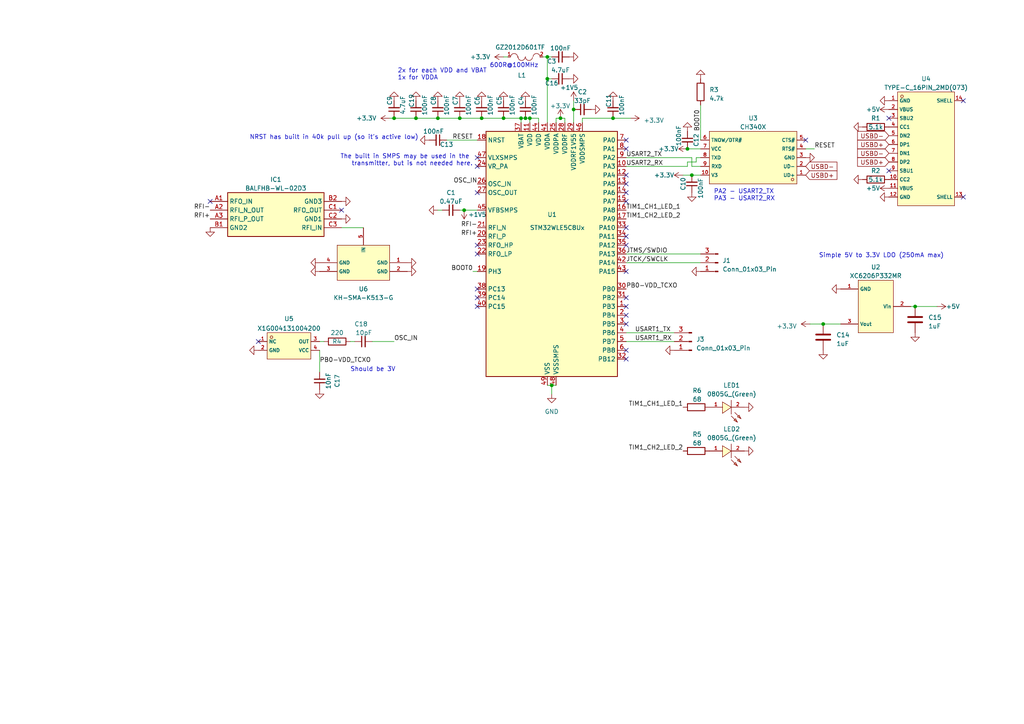
<source format=kicad_sch>
(kicad_sch (version 20231120) (generator "eeschema") (generator_version "8.0")
  (paper "A4")
  (lib_symbols
    (symbol "BALFHB-WL-02D3:BALFHB-WL-02D3"
      (property "Reference" "IC" (at 34.29 7.62 0))
      (property "Value" "BALFHB-WL-02D3" (at 34.29 5.08 0))
      (symbol "BALFHB-WL-02D3_1_1"
        (rectangle (start 5.08 2.54) (end 33.02 -10.16) (stroke (width 0.254)) (fill (type background)))
        (pin passive line (at 0 0 0) (length 5.08) (name "RFO_IN") (number "A1"))
        (pin passive line (at 0 -2.54 0) (length 5.08) (name "RFI_N_OUT") (number "A2"))
        (pin passive line (at 0 -5.08 0) (length 5.08) (name "RFI_P_OUT") (number "A3"))
        (pin passive line (at 0 -7.62 0) (length 5.08) (name "GND2") (number "B1"))
        (pin passive line (at 38.1 0 180) (length 5.08) (name "GND3") (number "B2"))
        (pin passive line (at 38.1 -2.54 180) (length 5.08) (name "RFO_OUT") (number "C1"))
        (pin passive line (at 38.1 -5.08 180) (length 5.08) (name "GND1") (number "C2"))
        (pin passive line (at 38.1 -7.62 180) (length 5.08) (name "RFI_IN") (number "C3"))
      )
    )
    (symbol "Connector:Conn_01x03_Pin" (pin_names (offset 1.016) hide)
      (property "Reference" "J" (at 0 5.08 0))
      (property "Value" "Conn_01x03_Pin" (at 0 -5.08 0))
      (symbol "Conn_01x03_Pin_1_1"
        (polyline (pts (xy 1.27 -2.54) (xy 0.8636 -2.54)) (stroke (width 0.1524)))
        (polyline (pts (xy 1.27 0) (xy 0.8636 0)) (stroke (width 0.1524)))
        (polyline (pts (xy 1.27 2.54) (xy 0.8636 2.54)) (stroke (width 0.1524)))
        (rectangle (start 0.8636 -2.413) (end 0 -2.667) (stroke (width 0.1524)) (fill (type outline)))
        (rectangle (start 0.8636 0.127) (end 0 -0.127) (stroke (width 0.1524)) (fill (type outline)))
        (rectangle (start 0.8636 2.667) (end 0 2.413) (stroke (width 0.1524)) (fill (type outline)))
        (pin passive line (at 5.08 2.54 180) (length 3.81) (name "Pin_1") (number "1"))
        (pin passive line (at 5.08 0 180) (length 3.81) (name "Pin_2") (number "2"))
        (pin passive line (at 5.08 -2.54 180) (length 3.81) (name "Pin_3") (number "3"))
      )
    )
    (symbol "Device:C" (pin_numbers hide) (pin_names (offset 0.254))
      (property "Reference" "C" (at 0.635 2.54 0))
      (property "Value" "C" (at 0.635 -2.54 0))
      (symbol "C_0_1"
        (polyline (pts (xy -2.032 -0.762) (xy 2.032 -0.762)) (stroke (width 0.508)))
        (polyline (pts (xy -2.032 0.762) (xy 2.032 0.762)) (stroke (width 0.508)))
      )
      (symbol "C_1_1"
        (pin passive line (at 0 3.81 270) (length 2.794) (name "~") (number "1"))
        (pin passive line (at 0 -3.81 90) (length 2.794) (name "~") (number "2"))
      )
    )
    (symbol "Device:C_Small" (pin_numbers hide) (pin_names (offset 0.254) hide)
      (property "Reference" "C" (at 0.254 1.778 0))
      (property "Value" "C_Small" (at 0.254 -2.032 0))
      (symbol "C_Small_0_1"
        (polyline (pts (xy -1.524 -0.508) (xy 1.524 -0.508)) (stroke (width 0.3302)))
        (polyline (pts (xy -1.524 0.508) (xy 1.524 0.508)) (stroke (width 0.3048)))
      )
      (symbol "C_Small_1_1"
        (pin passive line (at 0 2.54 270) (length 2.032) (name "~") (number "1"))
        (pin passive line (at 0 -2.54 90) (length 2.032) (name "~") (number "2"))
      )
    )
    (symbol "Device:R" (pin_numbers hide) (pin_names (offset 0))
      (property "Reference" "R" (at 2.032 0 90))
      (property "Value" "R" (at 0 0 90))
      (symbol "R_0_1"
        (rectangle (start -1.016 -2.54) (end 1.016 2.54) (stroke (width 0.254)))
      )
      (symbol "R_1_1"
        (pin passive line (at 0 3.81 270) (length 1.27) (name "~") (number "1"))
        (pin passive line (at 0 -3.81 90) (length 1.27) (name "~") (number "2"))
      )
    )
    (symbol "MCU_ST_STM32WL:STM32WLE5C8Ux"
      (property "Reference" "U" (at -17.78 36.83 0))
      (property "Value" "STM32WLE5C8Ux" (at 12.7 36.83 0))
      (symbol "STM32WLE5C8Ux_0_1"
        (rectangle (start -17.78 -35.56) (end 20.32 35.56) (stroke (width 0.254)) (fill (type background)))
      )
      (symbol "STM32WLE5C8Ux_1_1"
        (pin bidirectional line (at 22.86 -15.24 180) (length 2.54) (name "PB3") (number "1"))
        (pin bidirectional line (at 22.86 25.4 180) (length 2.54) (name "PA3") (number "10"))
        (pin power_in line (at -5.08 38.1 270) (length 2.54) (name "VDD") (number "11"))
        (pin bidirectional line (at 22.86 22.86 180) (length 2.54) (name "PA4") (number "12"))
        (pin bidirectional line (at 22.86 20.32 180) (length 2.54) (name "PA5") (number "13"))
        (pin bidirectional line (at 22.86 17.78 180) (length 2.54) (name "PA6") (number "14"))
        (pin bidirectional line (at 22.86 15.24 180) (length 2.54) (name "PA7") (number "15"))
        (pin bidirectional line (at 22.86 12.7 180) (length 2.54) (name "PA8") (number "16"))
        (pin bidirectional line (at 22.86 10.16 180) (length 2.54) (name "PA9") (number "17"))
        (pin input line (at -20.32 33.02 0) (length 2.54) (name "NRST") (number "18"))
        (pin bidirectional line (at -20.32 -5.08 0) (length 2.54) (name "PH3") (number "19"))
        (pin bidirectional line (at 22.86 -17.78 180) (length 2.54) (name "PB4") (number "2"))
        (pin bidirectional line (at -20.32 5.08 0) (length 2.54) (name "RFI_P") (number "20"))
        (pin bidirectional line (at -20.32 7.62 0) (length 2.54) (name "RFI_N") (number "21"))
        (pin bidirectional line (at -20.32 0 0) (length 2.54) (name "RFO_LP") (number "22"))
        (pin bidirectional line (at -20.32 2.54 0) (length 2.54) (name "RFO_HP") (number "23"))
        (pin power_in line (at -20.32 25.4 0) (length 2.54) (name "VR_PA") (number "24"))
        (pin power_in line (at 2.54 38.1 270) (length 2.54) (name "VDDPA") (number "25"))
        (pin input line (at -20.32 20.32 0) (length 2.54) (name "OSC_IN") (number "26"))
        (pin input line (at -20.32 17.78 0) (length 2.54) (name "OSC_OUT") (number "27"))
        (pin power_in line (at 5.08 38.1 270) (length 2.54) (name "VDDRF") (number "28"))
        (pin power_in line (at 7.62 38.1 270) (length 2.54) (name "VDDRF1V55") (number "29"))
        (pin bidirectional line (at 22.86 -20.32 180) (length 2.54) (name "PB5") (number "3"))
        (pin bidirectional line (at 22.86 -10.16 180) (length 2.54) (name "PB0") (number "30"))
        (pin bidirectional line (at 22.86 -12.7 180) (length 2.54) (name "PB2") (number "31"))
        (pin bidirectional line (at 22.86 -30.48 180) (length 2.54) (name "PB12") (number "32"))
        (pin bidirectional line (at 22.86 7.62 180) (length 2.54) (name "PA10") (number "33"))
        (pin bidirectional line (at 22.86 5.08 180) (length 2.54) (name "PA11") (number "34"))
        (pin bidirectional line (at 22.86 2.54 180) (length 2.54) (name "PA12") (number "35"))
        (pin bidirectional line (at 22.86 0 180) (length 2.54) (name "PA13") (number "36"))
        (pin power_in line (at -7.62 38.1 270) (length 2.54) (name "VBAT") (number "37"))
        (pin bidirectional line (at -20.32 -10.16 0) (length 2.54) (name "PC13") (number "38"))
        (pin bidirectional line (at -20.32 -12.7 0) (length 2.54) (name "PC14") (number "39"))
        (pin bidirectional line (at 22.86 -22.86 180) (length 2.54) (name "PB6") (number "4"))
        (pin bidirectional line (at -20.32 -15.24 0) (length 2.54) (name "PC15") (number "40"))
        (pin power_in line (at 0 38.1 270) (length 2.54) (name "VDDA") (number "41"))
        (pin bidirectional line (at 22.86 -2.54 180) (length 2.54) (name "PA14") (number "42"))
        (pin bidirectional line (at 22.86 -5.08 180) (length 2.54) (name "PA15") (number "43"))
        (pin power_in line (at -2.54 38.1 270) (length 2.54) (name "VDD") (number "44"))
        (pin input line (at -20.32 12.7 0) (length 2.54) (name "VFBSMPS") (number "45"))
        (pin power_in line (at 10.16 38.1 270) (length 2.54) (name "VDDSMPS") (number "46"))
        (pin power_in line (at -20.32 27.94 0) (length 2.54) (name "VLXSMPS") (number "47"))
        (pin power_in line (at 2.54 -38.1 90) (length 2.54) (name "VSSSMPS") (number "48"))
        (pin power_in line (at 0 -38.1 90) (length 2.54) (name "VSS") (number "49"))
        (pin bidirectional line (at 22.86 -25.4 180) (length 2.54) (name "PB7") (number "5"))
        (pin bidirectional line (at 22.86 -27.94 180) (length 2.54) (name "PB8") (number "6"))
        (pin bidirectional line (at 22.86 33.02 180) (length 2.54) (name "PA0") (number "7"))
        (pin bidirectional line (at 22.86 30.48 180) (length 2.54) (name "PA1") (number "8"))
        (pin bidirectional line (at 22.86 27.94 180) (length 2.54) (name "PA2") (number "9"))
      )
    )
    (symbol "default_lib:0805G_(Green)" (pin_names hide)
      (property "Reference" "LED" (at 0 1.27 0))
      (property "Value" "0805G_(Green)" (at 0 -2.54 0))
      (symbol "0805G_(Green)_0_1"
        (polyline (pts (xy -2.286 1.524) (xy -4.064 3.302)))
        (polyline (pts (xy -1.27 2.032) (xy -1.27 -2.032)))
        (polyline (pts (xy -1.27 2.54) (xy -3.048 4.318)))
        (polyline (pts (xy -4.064 3.302) (xy -3.048 2.794) (xy -3.556 2.286) (xy -4.064 3.302)) (fill (type background)))
        (polyline (pts (xy -3.048 4.318) (xy -2.032 3.81) (xy -2.54 3.302) (xy -3.048 4.318)) (fill (type background)))
        (polyline (pts (xy 1.27 -1.524) (xy -1.27 0) (xy 1.27 1.778) (xy 1.27 -1.524)) (fill (type background)))
        (pin unspecified line (at 5.08 0 180) (length 3.81) (name "A") (number "1"))
        (pin unspecified line (at -5.08 0 0) (length 3.81) (name "K") (number "2"))
      )
    )
    (symbol "default_lib:CH340X"
      (property "Reference" "U" (at 0 1.27 0))
      (property "Value" "CH340X" (at 0 -2.54 0))
      (symbol "CH340X_0_1"
        (rectangle (start -12.7 7.62) (end 12.7 -7.62) (fill (type background)))
        (circle (center -11.43 6.35) (radius 0.381) (fill (type background)))
        (pin unspecified line (at -15.24 5.08 0) (length 2.54) (name "UD+") (number "1"))
        (pin unspecified line (at 15.24 5.08 180) (length 2.54) (name "V3") (number "10"))
        (pin unspecified line (at -15.24 2.54 0) (length 2.54) (name "UD-") (number "2"))
        (pin unspecified line (at -15.24 0 0) (length 2.54) (name "GND") (number "3"))
        (pin unspecified line (at -15.24 -2.54 0) (length 2.54) (name "RTS#") (number "4"))
        (pin unspecified line (at -15.24 -5.08 0) (length 2.54) (name "CTS#") (number "5"))
        (pin unspecified line (at 15.24 -5.08 180) (length 2.54) (name "TNOW/DTR#") (number "6"))
        (pin unspecified line (at 15.24 -2.54 180) (length 2.54) (name "VCC") (number "7"))
        (pin unspecified line (at 15.24 0 180) (length 2.54) (name "TXD") (number "8"))
        (pin unspecified line (at 15.24 2.54 180) (length 2.54) (name "RXD") (number "9"))
      )
    )
    (symbol "default_lib:GZ2012D601TF" (pin_names hide)
      (property "Reference" "L" (at 0 1.27 0))
      (property "Value" "GZ2012D601TF" (at 0 -2.54 0))
      (symbol "GZ2012D601TF_0_1"
        (arc (start -2.2674 -0.1341) (mid -3.1595 0.9883) (end -4.2858 0.1011))
        (arc (start -2.1318 0.1001) (mid -1.2405 -1.0269) (end -0.1135 -0.1357))
        (arc (start 0.0196 0.1001) (mid 0.9108 -1.0268) (end 2.0378 -0.1357))
        (arc (start 4.2312 -0.1341) (mid 3.339 0.9884) (end 2.2128 0.1011))
        (pin unspecified line (at -5.08 0 0) (length 0.762) (name "1") (number "1"))
        (pin unspecified line (at 5.08 0 180) (length 0.762) (name "2") (number "2"))
      )
    )
    (symbol "default_lib:KH-SMA-K513-G"
      (property "Reference" "U" (at 0 1.27 0))
      (property "Value" "KH-SMA-K513-G" (at 0 -2.54 0))
      (symbol "KH-SMA-K513-G_0_1"
        (rectangle (start -7.62 5.08) (end 7.62 -5.08) (fill (type background)))
        (pin unspecified line (at -12.7 0 0) (length 5.08) (name "GND") (number "1"))
        (pin unspecified line (at -12.7 2.54 0) (length 5.08) (name "GND") (number "2"))
        (pin unspecified line (at 12.7 2.54 180) (length 5.08) (name "GND") (number "3"))
        (pin unspecified line (at 12.7 0 180) (length 5.08) (name "GND") (number "4"))
        (pin unspecified line (at 0 -10.16 90) (length 5.08) (name "IN") (number "5"))
      )
    )
    (symbol "default_lib:TYPE-C_16PIN_2MD(073)"
      (property "Reference" "U" (at 0 1.27 0))
      (property "Value" "TYPE-C_16PIN_2MD(073)" (at 0 -2.54 0))
      (symbol "TYPE-C_16PIN_2MD(073)_0_1"
        (rectangle (start -8.89 16.51) (end 7.62 -16.51) (fill (type background)))
        (circle (center -7.62 15.24) (radius 0.381) (fill (type background)))
        (pin unspecified line (at -11.43 13.97 0) (length 2.54) (name "GND") (number "1"))
        (pin unspecified line (at -11.43 -8.89 0) (length 2.54) (name "CC2") (number "10"))
        (pin unspecified line (at -11.43 -11.43 0) (length 2.54) (name "VBUS") (number "11"))
        (pin unspecified line (at -11.43 -13.97 0) (length 2.54) (name "GND") (number "12"))
        (pin unspecified line (at 10.16 -13.97 180) (length 2.54) (name "SHELL") (number "13"))
        (pin unspecified line (at 10.16 13.97 180) (length 2.54) (name "SHELL") (number "14"))
        (pin unspecified line (at -11.43 11.43 0) (length 2.54) (name "VBUS") (number "2"))
        (pin unspecified line (at -11.43 8.89 0) (length 2.54) (name "SBU2") (number "3"))
        (pin unspecified line (at -11.43 6.35 0) (length 2.54) (name "CC1") (number "4"))
        (pin unspecified line (at -11.43 3.81 0) (length 2.54) (name "DN2") (number "5"))
        (pin unspecified line (at -11.43 1.27 0) (length 2.54) (name "DP1") (number "6"))
        (pin unspecified line (at -11.43 -1.27 0) (length 2.54) (name "DN1") (number "7"))
        (pin unspecified line (at -11.43 -3.81 0) (length 2.54) (name "DP2") (number "8"))
        (pin unspecified line (at -11.43 -6.35 0) (length 2.54) (name "SBU1") (number "9"))
      )
    )
    (symbol "default_lib:X1G004131004200"
      (property "Reference" "U" (at 0 1.27 0))
      (property "Value" "X1G004131004200" (at 0 -2.54 0))
      (symbol "X1G004131004200_0_1"
        (rectangle (start -6.35 3.81) (end 6.35 -3.81) (fill (type background)))
        (circle (center -5.08 2.54) (radius 0.381) (fill (type background)))
        (pin unspecified line (at -8.89 1.27 0) (length 2.54) (name "NC") (number "1"))
        (pin unspecified line (at -8.89 -1.27 0) (length 2.54) (name "GND") (number "2"))
        (pin unspecified line (at 8.89 1.27 180) (length 2.54) (name "OUT") (number "3"))
        (pin unspecified line (at 8.89 -1.27 180) (length 2.54) (name "VCC") (number "4"))
      )
    )
    (symbol "default_lib:XC6206P332MR"
      (property "Reference" "U" (at 0 1.27 0))
      (property "Value" "XC6206P332MR" (at 0 -2.54 0))
      (symbol "XC6206P332MR_0_1"
        (rectangle (start -5.08 7.62) (end 5.08 -7.62) (fill (type background)))
        (pin unspecified line (at 10.16 -5.08 180) (length 5.08) (name "GND") (number "1"))
        (pin unspecified line (at -10.16 0 0) (length 5.08) (name "Vin") (number "2"))
        (pin unspecified line (at 10.16 5.08 180) (length 5.08) (name "Vout") (number "3"))
      )
    )
    (symbol "power:+1V5" (power) (pin_names (offset 0))
      (property "Value" "+1V5" (at 0 3.556 0))
      (symbol "+1V5_0_1"
        (polyline (pts (xy -0.762 1.27) (xy 0 2.54)))
        (polyline (pts (xy 0 0) (xy 0 2.54)))
        (polyline (pts (xy 0 2.54) (xy 0.762 1.27)))
      )
      (symbol "+1V5_1_1"
        (pin power_in line (at 0 0 90) (length 0) hide (name "+1V5") (number "1"))
      )
    )
    (symbol "power:+3.3V" (power) (pin_names (offset 0))
      (property "Value" "+3.3V" (at 0 3.556 0))
      (symbol "+3.3V_0_1"
        (polyline (pts (xy -0.762 1.27) (xy 0 2.54)))
        (polyline (pts (xy 0 0) (xy 0 2.54)))
        (polyline (pts (xy 0 2.54) (xy 0.762 1.27)))
      )
      (symbol "+3.3V_1_1"
        (pin power_in line (at 0 0 90) (length 0) hide (name "+3.3V") (number "1"))
      )
    )
    (symbol "power:+5V" (power) (pin_names (offset 0))
      (property "Value" "+5V" (at 0 3.556 0))
      (symbol "+5V_0_1"
        (polyline (pts (xy -0.762 1.27) (xy 0 2.54)))
        (polyline (pts (xy 0 0) (xy 0 2.54)))
        (polyline (pts (xy 0 2.54) (xy 0.762 1.27)))
      )
      (symbol "+5V_1_1"
        (pin power_in line (at 0 0 90) (length 0) hide (name "+5V") (number "1"))
      )
    )
    (symbol "power:GND" (power) (pin_names (offset 0))
      (property "Value" "GND" (at 0 -3.81 0))
      (symbol "GND_0_1"
        (polyline (pts (xy 0 0) (xy 0 -1.27) (xy 1.27 -1.27) (xy 0 -2.54) (xy -1.27 -1.27) (xy 0 -1.27)))
      )
      (symbol "GND_1_1"
        (pin power_in line (at 0 0 270) (length 0) hide (name "GND") (number "1"))
      )
    )
  )
  (junction (at 158.75 22.86))
  (junction (at 114.3 34.29))
  (junction (at 166.37 31.75))
  (junction (at 200.66 50.8))
  (junction (at 177.8 34.29))
  (junction (at 139.7 34.29))
  (junction (at 162.56 34.29))
  (junction (at 160.02 111.76))
  (junction (at 199.39 43.18))
  (junction (at 238.76 93.98))
  (junction (at 151.13 34.29))
  (junction (at 158.75 16.51))
  (junction (at 146.05 34.29))
  (junction (at 120.65 34.29))
  (junction (at 127 34.29))
  (junction (at 133.35 34.29))
  (junction (at 153.67 34.29))
  (junction (at 265.43 88.9))
  (junction (at 134.62 60.96))
  (junction (at 152.4 34.29))
  (no_connect (at 181.61 50.8))
  (no_connect (at 138.43 45.72))
  (no_connect (at 181.61 53.34))
  (no_connect (at 181.61 93.98))
  (no_connect (at 181.61 101.6))
  (no_connect (at 181.61 104.14))
  (no_connect (at 99.06 60.96))
  (no_connect (at 181.61 40.64))
  (no_connect (at 181.61 86.36))
  (no_connect (at 138.43 55.88))
  (no_connect (at 181.61 78.74))
  (no_connect (at 257.81 34.29))
  (no_connect (at 279.4 57.15))
  (no_connect (at 233.68 40.64))
  (no_connect (at 181.61 66.04))
  (no_connect (at 257.81 49.53))
  (no_connect (at 181.61 43.18))
  (no_connect (at 181.61 71.12))
  (no_connect (at 74.93 99.06))
  (no_connect (at 181.61 68.58))
  (no_connect (at 138.43 71.12))
  (no_connect (at 279.4 29.21))
  (no_connect (at 138.43 86.36))
  (no_connect (at 138.43 88.9))
  (no_connect (at 138.43 48.26))
  (no_connect (at 181.61 58.42))
  (no_connect (at 60.96 58.42))
  (no_connect (at 138.43 83.82))
  (no_connect (at 181.61 91.44))
  (no_connect (at 181.61 55.88))
  (no_connect (at 181.61 88.9))
  (no_connect (at 138.43 73.66))
  (wire (pts (xy 157.48 16.51) (xy 158.75 16.51)))
  (wire (pts (xy 181.61 96.52) (xy 195.58 96.52)))
  (wire (pts (xy 203.2 30.48) (xy 203.2 40.64)))
  (wire (pts (xy 271.78 88.9) (xy 265.43 88.9)))
  (wire (pts (xy 201.93 45.72) (xy 203.2 45.72)))
  (wire (pts (xy 114.3 34.29) (xy 120.65 34.29)))
  (wire (pts (xy 129.54 40.64) (xy 138.43 40.64)))
  (wire (pts (xy 198.12 50.8) (xy 200.66 50.8)))
  (wire (pts (xy 181.61 48.26) (xy 199.39 48.26)))
  (wire (pts (xy 158.75 22.86) (xy 158.75 35.56)))
  (wire (pts (xy 133.35 60.96) (xy 134.62 60.96)))
  (wire (pts (xy 234.95 93.98) (xy 238.76 93.98)))
  (wire (pts (xy 101.6 99.06) (xy 102.87 99.06)))
  (wire (pts (xy 265.43 88.9) (xy 264.16 88.9)))
  (wire (pts (xy 161.29 35.56) (xy 161.29 34.29)))
  (wire (pts (xy 181.61 73.66) (xy 203.2 73.66)))
  (wire (pts (xy 127 34.29) (xy 133.35 34.29)))
  (wire (pts (xy 199.39 48.26) (xy 199.39 46.99)))
  (wire (pts (xy 151.13 34.29) (xy 151.13 35.56)))
  (wire (pts (xy 137.16 78.74) (xy 138.43 78.74)))
  (wire (pts (xy 181.61 99.06) (xy 195.58 99.06)))
  (wire (pts (xy 139.7 34.29) (xy 146.05 34.29)))
  (wire (pts (xy 163.83 35.56) (xy 163.83 34.29)))
  (wire (pts (xy 127 60.96) (xy 128.27 60.96)))
  (wire (pts (xy 99.06 66.04) (xy 105.41 66.04)))
  (wire (pts (xy 134.62 60.96) (xy 138.43 60.96)))
  (wire (pts (xy 158.75 111.76) (xy 160.02 111.76)))
  (wire (pts (xy 162.56 34.29) (xy 161.29 34.29)))
  (wire (pts (xy 153.67 34.29) (xy 153.67 35.56)))
  (wire (pts (xy 199.39 43.18) (xy 203.2 43.18)))
  (wire (pts (xy 200.66 48.26) (xy 203.2 48.26)))
  (wire (pts (xy 181.61 76.2) (xy 203.2 76.2)))
  (wire (pts (xy 156.21 35.56) (xy 156.21 34.29)))
  (wire (pts (xy 177.8 34.29) (xy 182.88 34.29)))
  (wire (pts (xy 238.76 93.98) (xy 243.84 93.98)))
  (wire (pts (xy 168.91 35.56) (xy 168.91 34.29)))
  (wire (pts (xy 166.37 29.21) (xy 166.37 31.75)))
  (wire (pts (xy 152.4 34.29) (xy 153.67 34.29)))
  (wire (pts (xy 158.75 22.86) (xy 158.75 16.51)))
  (wire (pts (xy 168.91 34.29) (xy 177.8 34.29)))
  (wire (pts (xy 163.83 34.29) (xy 162.56 34.29)))
  (wire (pts (xy 200.66 50.8) (xy 203.2 50.8)))
  (wire (pts (xy 181.61 45.72) (xy 200.66 45.72)))
  (wire (pts (xy 236.22 43.18) (xy 233.68 43.18)))
  (wire (pts (xy 92.71 101.6) (xy 92.71 107.95)))
  (wire (pts (xy 200.66 45.72) (xy 200.66 48.26)))
  (wire (pts (xy 146.05 34.29) (xy 151.13 34.29)))
  (wire (pts (xy 160.02 111.76) (xy 161.29 111.76)))
  (wire (pts (xy 160.02 22.86) (xy 158.75 22.86)))
  (wire (pts (xy 92.71 99.06) (xy 93.98 99.06)))
  (wire (pts (xy 146.05 16.51) (xy 147.32 16.51)))
  (wire (pts (xy 201.93 46.99) (xy 201.93 45.72)))
  (wire (pts (xy 107.95 99.06) (xy 114.3 99.06)))
  (wire (pts (xy 160.02 111.76) (xy 160.02 114.3)))
  (wire (pts (xy 158.75 16.51) (xy 160.02 16.51)))
  (wire (pts (xy 156.21 34.29) (xy 153.67 34.29)))
  (wire (pts (xy 166.37 31.75) (xy 166.37 35.56)))
  (wire (pts (xy 120.65 34.29) (xy 127 34.29)))
  (wire (pts (xy 133.35 34.29) (xy 139.7 34.29)))
  (wire (pts (xy 199.39 46.99) (xy 201.93 46.99)))
  (wire (pts (xy 113.03 34.29) (xy 114.3 34.29)))
  (wire (pts (xy 151.13 34.29) (xy 152.4 34.29)))
  (text "2x for each VDD and VBAT\n1x for VDDA" (at 115.316 23.368 0) (effects (font (size 1.27 1.27)) (justify left bottom)))
  (text "The built in SMPS may be used in the \ntransmitter, but is not needed here." (at 137.16 48.26 0) (effects (font (size 1.27 1.27)) (justify right bottom)))
  (text "PA2 - USART2_TX\nPA3 - USART2_RX" (at 207.01 58.42 0) (effects (font (size 1.27 1.27)) (justify left bottom)))
  (text "NRST has built in 40k pull up (so it's active low)" (at 72.39 40.64 0) (effects (font (size 1.27 1.27)) (justify left bottom)))
  (text "600R@100MHz" (at 149.098 19.05 0) (effects (font (size 1.27 1.27))))
  (text "Simple 5V to 3.3V LDO (250mA max)" (at 237.49 74.93 0) (effects (font (size 1.27 1.27)) (justify left bottom)))
  (text "Should be 3V" (at 101.6 107.95 0) (effects (font (size 1.27 1.27)) (justify left bottom)))
  (label "RFI+" (at 60.96 63.5 180))
  (label "TIM1_CH2_LED_2" (at 181.61 63.5 0))
  (label "OSC_IN" (at 138.43 53.34 180))
  (label "TIM1_CH1_LED_1" (at 198.12 118.11 180))
  (label "BOOT0" (at 137.16 78.74 180))
  (label "USART2_TX" (at 181.61 45.72 0))
  (label "USART2_RX" (at 181.61 48.26 0))
  (label "PB0-VDD_TCXO" (at 181.61 83.82 0))
  (label "TIM1_CH1_LED_1" (at 181.61 60.96 0))
  (label "OSC_IN" (at 114.3 99.06 0))
  (label "RESET" (at 236.22 43.18 0))
  (label "TIM1_CH2_LED_2" (at 198.12 130.81 180))
  (label "JTMS{slash}SWDIO" (at 181.61 73.66 0))
  (label "RESET" (at 137.16 40.64 180))
  (label "RFI+" (at 138.43 68.58 180))
  (label "USART1_TX" (at 184.15 96.52 0))
  (label "BOOT0" (at 203.2 31.75 270))
  (label "RFI-" (at 138.43 66.04 180))
  (label "JTCK{slash}SWCLK" (at 181.61 76.2 0))
  (label "PB0-VDD_TCXO" (at 92.71 105.41 0))
  (label "RFI-" (at 60.96 60.96 180))
  (label "USART1_RX" (at 184.15 99.06 0))
  (global_label "USBD-" (shape input) (at 257.81 44.45 180) (property "Intersheetrefs" "${INTERSHEET_REFS}" (effects (hide yes))))
  (global_label "USBD+" (shape input) (at 233.68 50.8 0) (property "Intersheetrefs" "${INTERSHEET_REFS}" (effects (hide yes))))
  (global_label "USBD-" (shape input) (at 233.68 48.26 0) (property "Intersheetrefs" "${INTERSHEET_REFS}" (effects (hide yes))))
  (global_label "USBD-" (shape input) (at 257.81 39.37 180) (property "Intersheetrefs" "${INTERSHEET_REFS}" (effects (hide yes))))
  (global_label "USBD+" (shape input) (at 257.81 41.91 180) (property "Intersheetrefs" "${INTERSHEET_REFS}" (effects (hide yes))))
  (global_label "USBD+" (shape input) (at 257.81 46.99 180) (property "Intersheetrefs" "${INTERSHEET_REFS}" (effects (hide yes))))
  (symbol (lib_id "power:+5V") (at 257.81 31.75 90) (unit 1)
    (property "Reference" "#PWR019" (effects (hide yes)))
    (property "Value" "+5V" (at 255.27 31.75 90) (effects (justify left)))
  )
  (symbol (lib_id "Device:C") (at 238.76 97.79 0) (unit 1)
    (property "Reference" "C14" (at 242.57 97.155 0) (effects (justify left)))
    (property "Value" "1uF" (at 242.57 99.695 0) (effects (justify left)))
    (property "Footprint" "Capacitor_SMD:C_0603_1608Metric" (effects (hide yes)))
  )
  (symbol (lib_id "power:GND") (at 118.11 78.74 90) (unit 1)
    (property "Reference" "#PWR044" (effects (hide yes)))
    (property "Value" "GND" (effects (hide yes)))
  )
  (symbol (lib_id "power:GND") (at 133.35 29.21 180) (unit 1)
    (property "Reference" "#PWR012" (effects (hide yes)))
    (property "Value" "GND" (effects (hide yes)))
  )
  (symbol (lib_id "power:GND") (at 257.81 29.21 270) (unit 1)
    (property "Reference" "#PWR018" (effects (hide yes)))
    (property "Value" "GND" (effects (hide yes)))
  )
  (symbol (lib_id "power:GND") (at 203.2 78.74 270) (unit 1)
    (property "Reference" "#PWR037" (effects (hide yes)))
    (property "Value" "GND" (effects (hide yes)))
  )
  (symbol (lib_id "Device:R") (at 254 36.83 90) (unit 1)
    (property "Reference" "R1" (at 254 34.29 90))
    (property "Value" "5.1k" (at 254 36.83 90))
    (property "Footprint" "Resistor_SMD:R_0402_1005Metric" (effects (hide yes)))
  )
  (symbol (lib_id "power:GND") (at 127 60.96 270) (unit 1)
    (property "Reference" "#PWR04" (effects (hide yes)))
    (property "Value" "GND" (effects (hide yes)))
  )
  (symbol (lib_id "power:GND") (at 120.65 29.21 180) (unit 1)
    (property "Reference" "#PWR049" (effects (hide yes)))
    (property "Value" "GND" (effects (hide yes)))
  )
  (symbol (lib_id "Device:C_Small") (at 139.7 31.75 180) (unit 1)
    (property "Reference" "C6" (at 138.43 29.21 90))
    (property "Value" "100nF" (at 142.24 30.48 90))
    (property "Footprint" "Capacitor_SMD:C_0402_1005Metric" (effects (hide yes)))
  )
  (symbol (lib_id "default_lib:0805G_(Green)") (at 210.82 130.81 180) (unit 1)
    (property "Reference" "LED2" (at 212.217 124.46 0))
    (property "Value" "0805G_(Green)" (at 212.217 127 0))
    (property "Footprint" "jlc:LED0805-R-RD" (effects (hide yes)))
    (property "Datasheet" "https://item.szlcsc.com/88042.html" (effects (hide yes)))
    (property "LCSC" "C2297" (effects (hide yes)))
  )
  (symbol (lib_id "power:GND") (at 165.1 22.86 90) (unit 1)
    (property "Reference" "#PWR048" (effects (hide yes)))
    (property "Value" "GND" (effects (hide yes)))
  )
  (symbol (lib_id "power:GND") (at 99.06 58.42 90) (unit 1)
    (property "Reference" "#PWR031" (effects (hide yes)))
    (property "Value" "GND" (effects (hide yes)))
  )
  (symbol (lib_id "Device:C") (at 265.43 92.71 0) (unit 1)
    (property "Reference" "C15" (at 269.24 92.075 0) (effects (justify left)))
    (property "Value" "1uF" (at 269.24 94.615 0) (effects (justify left)))
    (property "Footprint" "Capacitor_SMD:C_0603_1608Metric" (effects (hide yes)))
  )
  (symbol (lib_id "power:+3.3V") (at 198.12 50.8 90) (unit 1)
    (property "Reference" "#PWR024" (effects (hide yes)))
    (property "Value" "+3.3V" (at 195.58 50.8 90) (effects (justify left)))
  )
  (symbol (lib_id "default_lib:0805G_(Green)") (at 210.82 118.11 180) (unit 1)
    (property "Reference" "LED1" (at 212.217 111.76 0))
    (property "Value" "0805G_(Green)" (at 212.217 114.3 0))
    (property "Footprint" "jlc:LED0805-R-RD" (effects (hide yes)))
    (property "Datasheet" "https://item.szlcsc.com/88042.html" (effects (hide yes)))
    (property "LCSC" "C2297" (effects (hide yes)))
  )
  (symbol (lib_id "power:GND") (at 215.9 118.11 90) (unit 1)
    (property "Reference" "#PWR043" (effects (hide yes)))
    (property "Value" "GND" (effects (hide yes)))
  )
  (symbol (lib_id "power:GND") (at 165.1 16.51 90) (unit 1)
    (property "Reference" "#PWR047" (effects (hide yes)))
    (property "Value" "GND" (effects (hide yes)))
  )
  (symbol (lib_id "Device:C_Small") (at 133.35 31.75 180) (unit 1)
    (property "Reference" "C7" (at 132.08 29.21 90))
    (property "Value" "100nF" (at 135.89 30.48 90))
    (property "Footprint" "Capacitor_SMD:C_0402_1005Metric" (effects (hide yes)))
  )
  (symbol (lib_id "power:GND") (at 238.76 101.6 0) (unit 1)
    (property "Reference" "#PWR035" (effects (hide yes)))
    (property "Value" "GND" (effects (hide yes)))
  )
  (symbol (lib_id "default_lib:TYPE-C_16PIN_2MD(073)") (at 269.24 43.18 0) (unit 1)
    (property "Reference" "U4" (at 268.605 22.86 0))
    (property "Value" "TYPE-C_16PIN_2MD(073)" (at 268.605 25.4 0))
    (property "Footprint" "jlc:USB-C-SMD_TYPE-C-6PIN-2MD-073" (effects (hide yes)))
    (property "Datasheet" "https://atta.szlcsc.com/upload/public/pdf/source/20210409/C2765186_34D42616F62DF94D17C4D63D74D9FD03.pdf" (effects (hide yes)))
    (property "LCSC" "C2765186" (effects (hide yes)))
  )
  (symbol (lib_id "power:GND") (at 92.71 78.74 270) (unit 1)
    (property "Reference" "#PWR045" (effects (hide yes)))
    (property "Value" "GND" (effects (hide yes)))
  )
  (symbol (lib_id "Connector:Conn_01x03_Pin") (at 200.66 99.06 180) (unit 1)
    (property "Reference" "J3" (at 201.93 98.425 0) (effects (justify right)))
    (property "Value" "Conn_01x03_Pin" (at 201.93 100.965 0) (effects (justify right)))
    (property "Footprint" "Connector_PinSocket_2.54mm:PinSocket_1x03_P2.54mm_Vertical" (effects (hide yes)))
  )
  (symbol (lib_id "power:+3.3V") (at 146.05 16.51 90) (unit 1)
    (property "Reference" "#PWR08" (effects (hide yes)))
    (property "Value" "+3.3V" (at 142.24 16.51 90) (effects (justify left)))
  )
  (symbol (lib_id "Connector:Conn_01x03_Pin") (at 208.28 76.2 180) (unit 1)
    (property "Reference" "J1" (at 209.55 75.565 0) (effects (justify right)))
    (property "Value" "Conn_01x03_Pin" (at 209.55 78.105 0) (effects (justify right)))
    (property "Footprint" "Connector_PinSocket_2.54mm:PinSocket_1x03_P2.54mm_Vertical" (effects (hide yes)))
  )
  (symbol (lib_id "power:GND") (at 171.45 31.75 90) (unit 1)
    (property "Reference" "#PWR07" (effects (hide yes)))
    (property "Value" "GND" (effects (hide yes)))
  )
  (symbol (lib_id "Device:C_Small") (at 114.3 31.75 180) (unit 1)
    (property "Reference" "C9" (at 113.03 29.21 90))
    (property "Value" "4.7uF" (at 116.84 30.48 90))
    (property "Footprint" "Capacitor_SMD:C_0603_1608Metric" (effects (hide yes)))
  )
  (symbol (lib_id "Device:C_Small") (at 162.56 16.51 270) (unit 1)
    (property "Reference" "C3" (at 160.02 17.78 90))
    (property "Value" "100nF" (at 162.56 13.97 90))
    (property "Footprint" "Capacitor_SMD:C_0402_1005Metric" (effects (hide yes)))
  )
  (symbol (lib_id "power:GND") (at 177.8 29.21 180) (unit 1)
    (property "Reference" "#PWR016" (effects (hide yes)))
    (property "Value" "GND" (effects (hide yes)))
  )
  (symbol (lib_id "power:GND") (at 74.93 101.6 270) (unit 1)
    (property "Reference" "#PWR038" (effects (hide yes)))
    (property "Value" "GND" (effects (hide yes)))
  )
  (symbol (lib_id "Device:R") (at 97.79 99.06 90) (unit 1)
    (property "Reference" "R4" (at 99.06 99.06 90) (effects (justify left)))
    (property "Value" "220" (at 99.695 96.52 90) (effects (justify left)))
    (property "Footprint" "Resistor_SMD:R_0402_1005Metric" (effects (hide yes)))
  )
  (symbol (lib_id "power:GND") (at 152.4 29.21 180) (unit 1)
    (property "Reference" "#PWR09" (effects (hide yes)))
    (property "Value" "GND" (effects (hide yes)))
  )
  (symbol (lib_id "power:GND") (at 203.2 22.86 180) (unit 1)
    (property "Reference" "#PWR030" (effects (hide yes)))
    (property "Value" "GND" (effects (hide yes)))
  )
  (symbol (lib_id "Device:C_Small") (at 152.4 31.75 180) (unit 1)
    (property "Reference" "C4" (at 151.13 29.21 90))
    (property "Value" "100nF" (at 154.94 30.48 90))
    (property "Footprint" "Capacitor_SMD:C_0402_1005Metric" (effects (hide yes)))
  )
  (symbol (lib_id "default_lib:X1G004131004200") (at 83.82 100.33 0) (unit 1)
    (property "Reference" "U5" (at 83.82 92.456 0))
    (property "Value" "X1G004131004200" (at 83.82 95.25 0))
    (property "Footprint" "jlc:OSC-SMD_4P-L2.0-W1.6-BL_EPSON_TG-5006CJ-19H" (effects (hide yes)))
    (property "Datasheet" "https://4donline.ihs.com/images/VipMasterIC/IC/SEIK/SEIK-S-A0009261156/SEIK-S-A0008995800-1.pdf?hkey=52A5661711E402568146F3353EA87419" (effects (hide yes)))
    (property "LCSC" "C7527384" (effects (hide yes)))
  )
  (symbol (lib_id "Device:C_Small") (at 168.91 31.75 90) (unit 1)
    (property "Reference" "C2" (at 168.9163 26.67 90))
    (property "Value" "33pF" (at 168.91 29.21 90))
    (property "Footprint" "Capacitor_SMD:C_0402_1005Metric" (effects (hide yes)))
  )
  (symbol (lib_id "Device:C_Small") (at 177.8 31.75 180) (unit 1)
    (property "Reference" "C11" (at 176.53 29.21 90))
    (property "Value" "100nF" (at 180.34 30.48 90))
    (property "Footprint" "Capacitor_SMD:C_0402_1005Metric" (effects (hide yes)))
  )
  (symbol (lib_id "power:GND") (at 118.11 76.2 90) (unit 1)
    (property "Reference" "#PWR040" (effects (hide yes)))
    (property "Value" "GND" (effects (hide yes)))
  )
  (symbol (lib_id "Device:C_Small") (at 105.41 99.06 90) (unit 1)
    (property "Reference" "C18" (at 106.68 93.98 90) (effects (justify left)))
    (property "Value" "10pF" (at 107.95 96.52 90) (effects (justify left)))
    (property "Footprint" "Capacitor_SMD:C_0402_1005Metric" (effects (hide yes)))
  )
  (symbol (lib_id "Device:C_Small") (at 199.39 40.64 0) (unit 1)
    (property "Reference" "C12" (at 201.93 40.64 90))
    (property "Value" "100nF" (at 196.85 39.37 90))
    (property "Footprint" "Capacitor_SMD:C_0402_1005Metric" (effects (hide yes)))
  )
  (symbol (lib_id "default_lib:CH340X") (at 218.44 45.72 180) (unit 1)
    (property "Reference" "U3" (at 218.44 34.29 0))
    (property "Value" "CH340X" (at 218.44 36.83 0))
    (property "Footprint" "jlc:MSOP-10_L3.0-W3.0-P0.50-LS5.0-BL" (effects (hide yes)))
    (property "Datasheet" "https://item.szlcsc.com/221388.html" (effects (hide yes)))
    (property "LCSC" "C3035748" (effects (hide yes)))
  )
  (symbol (lib_id "power:+1V5") (at 134.62 60.96 180) (unit 1)
    (property "Reference" "#PWR05" (effects (hide yes)))
    (property "Value" "+1V5" (at 138.43 62.23 0))
  )
  (symbol (lib_id "power:+1V5") (at 166.37 29.21 0) (unit 1)
    (property "Reference" "#PWR06" (effects (hide yes)))
    (property "Value" "+1V5" (at 165.1 25.4 0))
  )
  (symbol (lib_id "power:+5V") (at 257.81 54.61 90) (unit 1)
    (property "Reference" "#PWR020" (effects (hide yes)))
    (property "Value" "+5V" (at 255.27 54.61 90) (effects (justify left)))
  )
  (symbol (lib_id "power:GND") (at 250.19 36.83 270) (unit 1)
    (property "Reference" "#PWR022" (effects (hide yes)))
    (property "Value" "GND" (effects (hide yes)))
  )
  (symbol (lib_id "MCU_ST_STM32WL:STM32WLE5C8Ux") (at 158.75 73.66 0) (unit 1)
    (property "Reference" "U1" (at 158.75 62.23 0) (effects (justify left)))
    (property "Value" "STM32WLE5C8Ux" (at 153.67 66.04 0) (effects (justify left)))
    (property "Footprint" "Package_DFN_QFN:QFN-48-1EP_7x7mm_P0.5mm_EP5.6x5.6mm" (effects (hide yes)))
    (property "Datasheet" "https://www.st.com/resource/en/datasheet/stm32wle5c8.pdf" (effects (hide yes)))
  )
  (symbol (lib_id "power:GND") (at 99.06 63.5 90) (unit 1)
    (property "Reference" "#PWR033" (effects (hide yes)))
    (property "Value" "GND" (effects (hide yes)))
  )
  (symbol (lib_id "Device:C_Small") (at 127 40.64 270) (unit 1)
    (property "Reference" "C13" (at 129.54 41.91 90))
    (property "Value" "100nF" (at 125.73 38.1 90))
    (property "Footprint" "Capacitor_SMD:C_0402_1005Metric" (effects (hide yes)))
  )
  (symbol (lib_id "power:GND") (at 160.02 114.3 0) (unit 1)
    (property "Reference" "#PWR02" (effects (hide yes)))
    (property "Value" "GND" (at 160.02 119.38 0))
  )
  (symbol (lib_id "power:GND") (at 92.71 76.2 270) (unit 1)
    (property "Reference" "#PWR046" (effects (hide yes)))
    (property "Value" "GND" (effects (hide yes)))
  )
  (symbol (lib_id "power:GND") (at 200.66 55.88 0) (unit 1)
    (property "Reference" "#PWR027" (effects (hide yes)))
    (property "Value" "GND" (effects (hide yes)))
  )
  (symbol (lib_id "power:+3.3V") (at 234.95 93.98 90) (unit 1)
    (property "Reference" "#PWR017" (effects (hide yes)))
    (property "Value" "+3.3V" (at 231.14 94.615 90) (effects (justify left)))
  )
  (symbol (lib_id "power:GND") (at 114.3 29.21 180) (unit 1)
    (property "Reference" "#PWR014" (effects (hide yes)))
    (property "Value" "GND" (effects (hide yes)))
  )
  (symbol (lib_id "power:+3.3V") (at 162.56 34.29 0) (unit 1)
    (property "Reference" "#PWR050" (effects (hide yes)))
    (property "Value" "+3.3V" (at 159.512 30.734 0) (effects (justify left)))
  )
  (symbol (lib_id "Device:C_Small") (at 120.65 31.75 180) (unit 1)
    (property "Reference" "C19" (at 119.38 29.21 90))
    (property "Value" "100nF" (at 123.19 30.48 90))
    (property "Footprint" "Capacitor_SMD:C_0402_1005Metric" (effects (hide yes)))
  )
  (symbol (lib_id "Device:R") (at 203.2 26.67 0) (unit 1)
    (property "Reference" "R3" (at 205.74 26.035 0) (effects (justify left)))
    (property "Value" "4.7k" (at 205.74 28.575 0) (effects (justify left)))
    (property "Footprint" "Resistor_SMD:R_0402_1005Metric" (effects (hide yes)))
  )
  (symbol (lib_id "Device:C_Small") (at 130.81 60.96 90) (unit 1)
    (property "Reference" "C1" (at 130.8163 55.88 90))
    (property "Value" "0.47uF" (at 130.8163 58.42 90))
    (property "Footprint" "Capacitor_SMD:C_0603_1608Metric" (effects (hide yes)))
  )
  (symbol (lib_id "Device:R") (at 201.93 130.81 90) (unit 1)
    (property "Reference" "R5" (at 202.184 125.984 90))
    (property "Value" "68" (at 202.184 128.524 90))
    (property "Footprint" "Resistor_SMD:R_0603_1608Metric" (effects (hide yes)))
    (property "Description" "Resistor" (effects (hide yes)))
  )
  (symbol (lib_id "default_lib:KH-SMA-K513-G") (at 105.41 76.2 180) (unit 1)
    (property "Reference" "U6" (at 105.41 83.82 0))
    (property "Value" "KH-SMA-K513-G" (at 105.41 86.36 0))
    (property "Footprint" "jlc:ANT-TH_KH-SMA-K513-G" (effects (hide yes)))
    (property "Datasheet" "https://item.szlcsc.com/402832.html" (effects (hide yes)))
    (property "LCSC" "C411575" (effects (hide yes)))
  )
  (symbol (lib_id "Device:C_Small") (at 127 31.75 180) (unit 1)
    (property "Reference" "C8" (at 125.73 29.21 90))
    (property "Value" "100nF" (at 129.54 30.48 90))
    (property "Footprint" "Capacitor_SMD:C_0402_1005Metric" (effects (hide yes)))
  )
  (symbol (lib_id "power:+5V") (at 271.78 88.9 270) (unit 1)
    (property "Reference" "#PWR029" (effects (hide yes)))
    (property "Value" "+5V" (at 274.32 88.9 90) (effects (justify left)))
  )
  (symbol (lib_id "power:GND") (at 127 29.21 180) (unit 1)
    (property "Reference" "#PWR013" (effects (hide yes)))
    (property "Value" "GND" (effects (hide yes)))
  )
  (symbol (lib_id "power:+3.3V") (at 199.39 43.18 90) (unit 1)
    (property "Reference" "#PWR025" (effects (hide yes)))
    (property "Value" "+3.3V" (at 196.85 43.18 90) (effects (justify left)))
  )
  (symbol (lib_id "power:+3.3V") (at 182.88 34.29 270) (unit 1)
    (property "Reference" "#PWR03" (effects (hide yes)))
    (property "Value" "+3.3V" (at 186.69 34.925 90) (effects (justify left)))
  )
  (symbol (lib_id "power:+3.3V") (at 113.03 34.29 90) (unit 1)
    (property "Reference" "#PWR01" (effects (hide yes)))
    (property "Value" "+3.3V" (at 109.22 34.29 90) (effects (justify left)))
  )
  (symbol (lib_id "power:GND") (at 215.9 130.81 90) (unit 1)
    (property "Reference" "#PWR041" (effects (hide yes)))
    (property "Value" "GND" (effects (hide yes)))
  )
  (symbol (lib_id "power:GND") (at 146.05 29.21 180) (unit 1)
    (property "Reference" "#PWR010" (effects (hide yes)))
    (property "Value" "GND" (effects (hide yes)))
  )
  (symbol (lib_id "power:GND") (at 60.96 66.04 0) (unit 1)
    (property "Reference" "#PWR032" (effects (hide yes)))
    (property "Value" "GND" (effects (hide yes)))
  )
  (symbol (lib_id "Device:R") (at 254 52.07 90) (unit 1)
    (property "Reference" "R2" (at 254 49.53 90))
    (property "Value" "5.1k" (at 254 52.07 90))
    (property "Footprint" "Resistor_SMD:R_0402_1005Metric" (effects (hide yes)))
  )
  (symbol (lib_id "power:GND") (at 124.46 40.64 270) (unit 1)
    (property "Reference" "#PWR034" (effects (hide yes)))
    (property "Value" "GND" (effects (hide yes)))
  )
  (symbol (lib_id "power:GND") (at 250.19 52.07 270) (unit 1)
    (property "Reference" "#PWR023" (effects (hide yes)))
    (property "Value" "GND" (effects (hide yes)))
  )
  (symbol (lib_id "power:GND") (at 139.7 29.21 180) (unit 1)
    (property "Reference" "#PWR011" (effects (hide yes)))
    (property "Value" "GND" (effects (hide yes)))
  )
  (symbol (lib_id "default_lib:GZ2012D601TF") (at 152.4 16.51 0) (unit 1)
    (property "Reference" "L1" (at 151.384 21.844 0))
    (property "Value" "GZ2012D601TF" (at 150.876 13.716 0))
    (property "Footprint" "jlc:L0805" (effects (hide yes)))
    (property "Datasheet" "https://item.szlcsc.com/344132.html" (effects (hide yes)))
    (property "LCSC" "C1017" (effects (hide yes)))
  )
  (symbol (lib_id "Device:C_Small") (at 162.56 22.86 270) (unit 1)
    (property "Reference" "C16" (at 160.02 24.13 90))
    (property "Value" "4.7uF" (at 162.56 20.32 90))
    (property "Footprint" "Capacitor_SMD:C_0603_1608Metric" (effects (hide yes)))
  )
  (symbol (lib_id "Device:C_Small") (at 146.05 31.75 180) (unit 1)
    (property "Reference" "C5" (at 144.78 29.21 90))
    (property "Value" "100nF" (at 148.59 30.48 90))
    (property "Footprint" "Capacitor_SMD:C_0402_1005Metric" (effects (hide yes)))
  )
  (symbol (lib_id "power:GND") (at 257.81 57.15 270) (unit 1)
    (property "Reference" "#PWR021" (effects (hide yes)))
    (property "Value" "GND" (effects (hide yes)))
  )
  (symbol (lib_id "power:GND") (at 265.43 96.52 0) (unit 1)
    (property "Reference" "#PWR036" (effects (hide yes)))
    (property "Value" "GND" (effects (hide yes)))
  )
  (symbol (lib_id "Device:C_Small") (at 92.71 110.49 180) (unit 1)
    (property "Reference" "C17" (at 97.79 110.4836 90))
    (property "Value" "10nF" (at 95.25 110.4836 90))
    (property "Footprint" "Capacitor_SMD:C_0402_1005Metric" (effects (hide yes)))
  )
  (symbol (lib_id "power:GND") (at 243.84 83.82 270) (unit 1)
    (property "Reference" "#PWR015" (effects (hide yes)))
    (property "Value" "GND" (effects (hide yes)))
  )
  (symbol (lib_id "default_lib:XC6206P332MR") (at 254 88.9 180) (unit 1)
    (property "Reference" "U2" (at 254 77.47 0))
    (property "Value" "XC6206P332MR" (at 254 80.01 0))
    (property "Footprint" "jlc:SOT-23-3_L2.9-W1.6-P1.90-LS2.8-BR" (effects (hide yes)))
    (property "Datasheet" "https://item.szlcsc.com/14454.html" (effects (hide yes)))
    (property "LCSC" "C5446" (effects (hide yes)))
  )
  (symbol (lib_id "Device:R") (at 201.93 118.11 90) (unit 1)
    (property "Reference" "R6" (at 202.184 113.284 90))
    (property "Value" "68" (at 202.184 115.824 90))
    (property "Footprint" "Resistor_SMD:R_0603_1608Metric" (effects (hide yes)))
    (property "Description" "Resistor" (effects (hide yes)))
  )
  (symbol (lib_id "power:GND") (at 195.58 101.6 270) (unit 1)
    (property "Reference" "#PWR042" (effects (hide yes)))
    (property "Value" "GND" (effects (hide yes)))
  )
  (symbol (lib_id "Device:C_Small") (at 200.66 53.34 180) (unit 1)
    (property "Reference" "C10" (at 198.12 53.34 90))
    (property "Value" "100nF" (at 203.2 54.61 90))
    (property "Footprint" "Capacitor_SMD:C_0402_1005Metric" (effects (hide yes)))
  )
  (symbol (lib_id "power:GND") (at 233.68 45.72 90) (unit 1)
    (property "Reference" "#PWR026" (effects (hide yes)))
    (property "Value" "GND" (effects (hide yes)))
  )
  (symbol (lib_id "power:GND") (at 92.71 113.03 0) (unit 1)
    (property "Reference" "#PWR039" (effects (hide yes)))
    (property "Value" "GND" (effects (hide yes)))
  )
  (symbol (lib_id "power:GND") (at 199.39 38.1 180) (unit 1)
    (property "Reference" "#PWR028" (effects (hide yes)))
    (property "Value" "GND" (effects (hide yes)))
  )
  (symbol (lib_id "BALFHB-WL-02D3:BALFHB-WL-02D3") (at 60.96 58.42 0) (unit 1)
    (property "Reference" "IC1" (at 80.01 52.07 0))
    (property "Value" "BALFHB-WL-02D3" (at 80.01 54.61 0))
    (property "Footprint" "jlc:BALFHBWL02D3" (effects (hide yes)))
    (property "Datasheet" "https://www.st.com/resource/en/datasheet/balfhb-wl-02d3.pdf" (effects (hide yes)))
    (property "Height" "0.68" (effects (hide yes)))
    (property "Manufacturer_Name" "STMicroelectronics" (effects (hide yes)))
    (property "Manufacturer_Part_Number" "BALFHB-WL-02D3" (effects (hide yes)))
    (property "Mouser Part Number" "511-BALFHB-WL-02D3" (effects (hide yes)))
    (property "Mouser Price/Stock" "https://www.mouser.co.uk/ProductDetail/STMicroelectronics/BALFHB-WL-02D3?qs=T%252BzbugeAwjiiXP9WLIpAiQ%3D%3D" (effects (hide yes)))
  )
)
</source>
